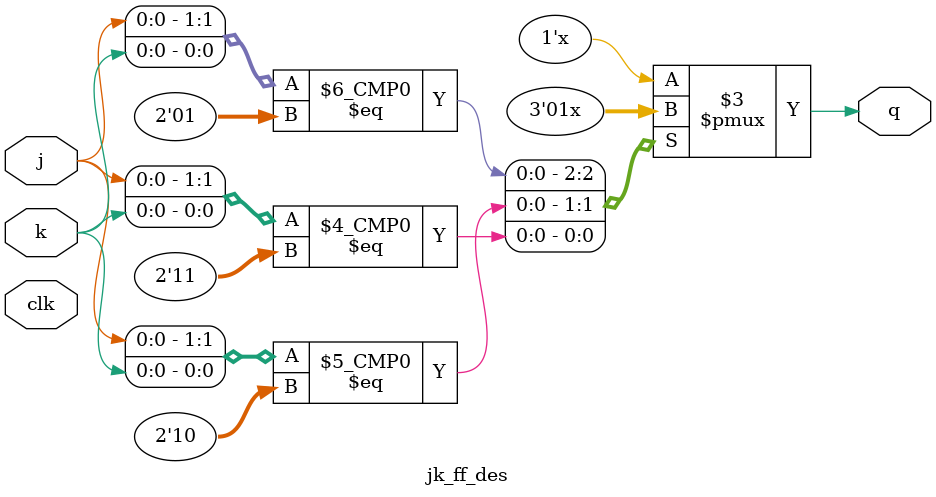
<source format=v>
module jk_ff_des (j, k, clk, q);

input j;
input k;
input clk;

output reg q;

always @(*)
begin
	case({j,k})
		2'b00: q <= q;
		2'b01: q <= 0;
		2'b10: q <= 1;
		2'b11: q <= ~q;
	endcase
end
endmodule


</source>
